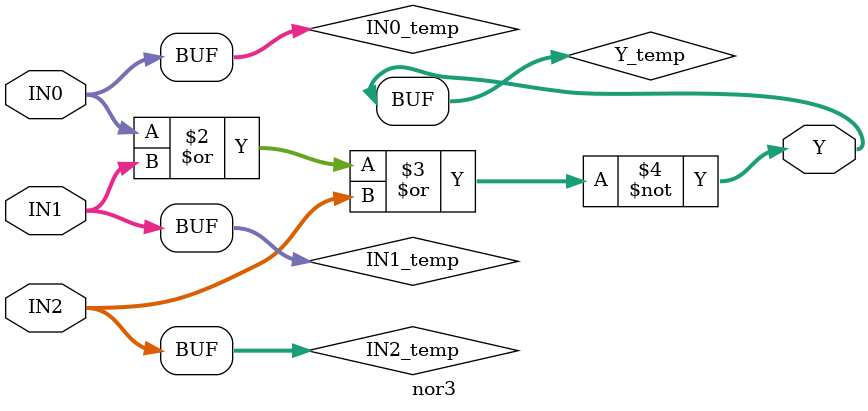
<source format=v>
module nor3(IN0,IN1,IN2,Y);
  parameter N = 8;
  parameter DPFLAG = 1;
  parameter GROUP = "dpath1";
  parameter
        d_IN0 = 0,
        d_IN1 = 0,
        d_IN2 = 0,
        d_Y = 1;
  input [(N - 1):0] IN0;
  input [(N - 1):0] IN1;
  input [(N - 1):0] IN2;
  output [(N - 1):0] Y;
  wire [(N - 1):0] IN0_temp;
  wire [(N - 1):0] IN1_temp;
  wire [(N - 1):0] IN2_temp;
  reg [(N - 1):0] Y_temp;
  assign #(d_IN0) IN0_temp = IN0;
  assign #(d_IN1) IN1_temp = IN1;
  assign #(d_IN2) IN2_temp = IN2;
  assign #(d_Y) Y = Y_temp;
  always
    @(IN0_temp or IN1_temp or IN2_temp)
      begin
      Y_temp = ( ~ ((IN0_temp | IN1_temp) | IN2_temp));
      end
endmodule

</source>
